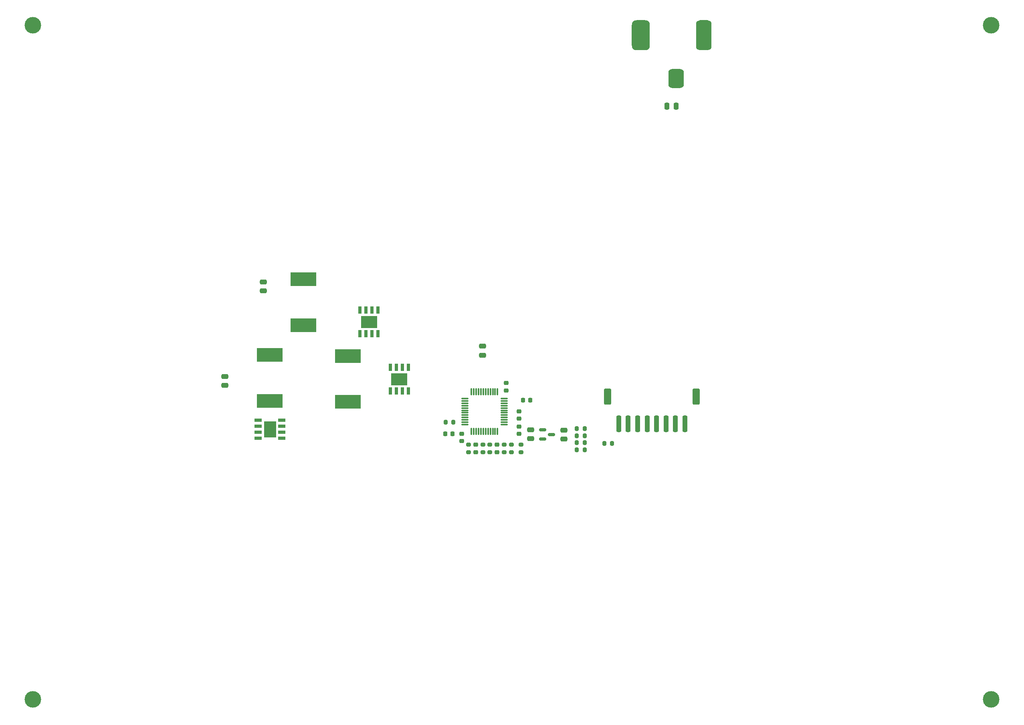
<source format=gbr>
%TF.GenerationSoftware,KiCad,Pcbnew,6.0.2+dfsg-1*%
%TF.CreationDate,2022-11-18T11:13:07-08:00*%
%TF.ProjectId,slot_track,736c6f74-5f74-4726-9163-6b2e6b696361,rev?*%
%TF.SameCoordinates,Original*%
%TF.FileFunction,Soldermask,Bot*%
%TF.FilePolarity,Negative*%
%FSLAX46Y46*%
G04 Gerber Fmt 4.6, Leading zero omitted, Abs format (unit mm)*
G04 Created by KiCad (PCBNEW 6.0.2+dfsg-1) date 2022-11-18 11:13:07*
%MOMM*%
%LPD*%
G01*
G04 APERTURE LIST*
G04 Aperture macros list*
%AMRoundRect*
0 Rectangle with rounded corners*
0 $1 Rounding radius*
0 $2 $3 $4 $5 $6 $7 $8 $9 X,Y pos of 4 corners*
0 Add a 4 corners polygon primitive as box body*
4,1,4,$2,$3,$4,$5,$6,$7,$8,$9,$2,$3,0*
0 Add four circle primitives for the rounded corners*
1,1,$1+$1,$2,$3*
1,1,$1+$1,$4,$5*
1,1,$1+$1,$6,$7*
1,1,$1+$1,$8,$9*
0 Add four rect primitives between the rounded corners*
20,1,$1+$1,$2,$3,$4,$5,0*
20,1,$1+$1,$4,$5,$6,$7,0*
20,1,$1+$1,$6,$7,$8,$9,0*
20,1,$1+$1,$8,$9,$2,$3,0*%
G04 Aperture macros list end*
%ADD10RoundRect,0.200000X0.200000X0.275000X-0.200000X0.275000X-0.200000X-0.275000X0.200000X-0.275000X0*%
%ADD11C,3.500000*%
%ADD12RoundRect,0.200000X-0.200000X-0.275000X0.200000X-0.275000X0.200000X0.275000X-0.200000X0.275000X0*%
%ADD13RoundRect,0.250000X-0.250000X-1.500000X0.250000X-1.500000X0.250000X1.500000X-0.250000X1.500000X0*%
%ADD14RoundRect,0.250001X-0.499999X-1.449999X0.499999X-1.449999X0.499999X1.449999X-0.499999X1.449999X0*%
%ADD15RoundRect,0.225000X0.225000X0.250000X-0.225000X0.250000X-0.225000X-0.250000X0.225000X-0.250000X0*%
%ADD16RoundRect,0.225000X-0.250000X0.225000X-0.250000X-0.225000X0.250000X-0.225000X0.250000X0.225000X0*%
%ADD17RoundRect,0.250000X0.475000X-0.250000X0.475000X0.250000X-0.475000X0.250000X-0.475000X-0.250000X0*%
%ADD18RoundRect,0.075000X0.662500X0.075000X-0.662500X0.075000X-0.662500X-0.075000X0.662500X-0.075000X0*%
%ADD19RoundRect,0.075000X0.075000X0.662500X-0.075000X0.662500X-0.075000X-0.662500X0.075000X-0.662500X0*%
%ADD20R,0.802000X1.505000*%
%ADD21R,3.502000X2.613000*%
%ADD22RoundRect,0.200000X0.275000X-0.200000X0.275000X0.200000X-0.275000X0.200000X-0.275000X-0.200000X0*%
%ADD23RoundRect,0.225000X0.250000X-0.225000X0.250000X0.225000X-0.250000X0.225000X-0.250000X-0.225000X0*%
%ADD24R,5.400000X2.900000*%
%ADD25RoundRect,0.150000X-0.587500X-0.150000X0.587500X-0.150000X0.587500X0.150000X-0.587500X0.150000X0*%
%ADD26RoundRect,0.250000X0.250000X0.475000X-0.250000X0.475000X-0.250000X-0.475000X0.250000X-0.475000X0*%
%ADD27RoundRect,0.825000X-0.825000X-1.205000X0.825000X-1.205000X0.825000X1.205000X-0.825000X1.205000X0*%
%ADD28RoundRect,0.952500X-0.952500X-2.222500X0.952500X-2.222500X0.952500X2.222500X-0.952500X2.222500X0*%
%ADD29RoundRect,0.825000X-0.825000X-2.350000X0.825000X-2.350000X0.825000X2.350000X-0.825000X2.350000X0*%
%ADD30RoundRect,0.200000X-0.275000X0.200000X-0.275000X-0.200000X0.275000X-0.200000X0.275000X0.200000X0*%
%ADD31R,1.505000X0.802000*%
%ADD32R,2.613000X3.502000*%
%ADD33RoundRect,0.250000X-0.475000X0.250000X-0.475000X-0.250000X0.475000X-0.250000X0.475000X0.250000X0*%
G04 APERTURE END LIST*
D10*
%TO.C,R12*%
X219925000Y-150400000D03*
X218275000Y-150400000D03*
%TD*%
D11*
%TO.C,H4*%
X97500000Y-204500000D03*
%TD*%
%TO.C,H3*%
X300000000Y-62000000D03*
%TD*%
%TO.C,H2*%
X300000000Y-204500000D03*
%TD*%
%TO.C,H1*%
X97500000Y-62000000D03*
%TD*%
D12*
%TO.C,R11*%
X212475000Y-151750000D03*
X214125000Y-151750000D03*
%TD*%
D10*
%TO.C,R10*%
X214125000Y-150250000D03*
X212475000Y-150250000D03*
%TD*%
D12*
%TO.C,R9*%
X212475000Y-148750000D03*
X214125000Y-148750000D03*
%TD*%
D10*
%TO.C,R8*%
X214125000Y-147250000D03*
X212475000Y-147250000D03*
%TD*%
D13*
%TO.C,J2*%
X221300000Y-146250000D03*
X223300000Y-146250000D03*
X225300000Y-146250000D03*
X227300000Y-146250000D03*
X229300000Y-146250000D03*
X231300000Y-146250000D03*
X233300000Y-146250000D03*
X235300000Y-146250000D03*
D14*
X237650000Y-140500000D03*
X218950000Y-140500000D03*
%TD*%
D15*
%TO.C,C14*%
X186225000Y-148350000D03*
X184675000Y-148350000D03*
%TD*%
D16*
%TO.C,C13*%
X191100000Y-150675000D03*
X191100000Y-152225000D03*
%TD*%
%TO.C,C12*%
X195600000Y-150675000D03*
X195600000Y-152225000D03*
%TD*%
%TO.C,C11*%
X200250000Y-146825000D03*
X200250000Y-148375000D03*
%TD*%
D17*
%TO.C,C10*%
X138130000Y-138100000D03*
X138130000Y-136200000D03*
%TD*%
D18*
%TO.C,U1*%
X197112500Y-140900000D03*
X197112500Y-141400000D03*
X197112500Y-141900000D03*
X197112500Y-142400000D03*
X197112500Y-142900000D03*
X197112500Y-143400000D03*
X197112500Y-143900000D03*
X197112500Y-144400000D03*
X197112500Y-144900000D03*
X197112500Y-145400000D03*
X197112500Y-145900000D03*
X197112500Y-146400000D03*
D19*
X195700000Y-147812500D03*
X195200000Y-147812500D03*
X194700000Y-147812500D03*
X194200000Y-147812500D03*
X193700000Y-147812500D03*
X193200000Y-147812500D03*
X192700000Y-147812500D03*
X192200000Y-147812500D03*
X191700000Y-147812500D03*
X191200000Y-147812500D03*
X190700000Y-147812500D03*
X190200000Y-147812500D03*
D18*
X188787500Y-146400000D03*
X188787500Y-145900000D03*
X188787500Y-145400000D03*
X188787500Y-144900000D03*
X188787500Y-144400000D03*
X188787500Y-143900000D03*
X188787500Y-143400000D03*
X188787500Y-142900000D03*
X188787500Y-142400000D03*
X188787500Y-141900000D03*
X188787500Y-141400000D03*
X188787500Y-140900000D03*
D19*
X190200000Y-139487500D03*
X190700000Y-139487500D03*
X191200000Y-139487500D03*
X191700000Y-139487500D03*
X192200000Y-139487500D03*
X192700000Y-139487500D03*
X193200000Y-139487500D03*
X193700000Y-139487500D03*
X194200000Y-139487500D03*
X194700000Y-139487500D03*
X195200000Y-139487500D03*
X195700000Y-139487500D03*
%TD*%
D20*
%TO.C,U5*%
X173045000Y-134302500D03*
X174315000Y-134302500D03*
X175585000Y-134302500D03*
X176855000Y-134302500D03*
X176855000Y-139297500D03*
X175585000Y-139297500D03*
X174315000Y-139297500D03*
X173045000Y-139297500D03*
D21*
X174950000Y-136800000D03*
%TD*%
D22*
%TO.C,R3*%
X189600000Y-152275000D03*
X189600000Y-150625000D03*
%TD*%
D16*
%TO.C,C4*%
X200250000Y-143575000D03*
X200250000Y-145125000D03*
%TD*%
D23*
%TO.C,C7*%
X188100000Y-149875000D03*
X188100000Y-148325000D03*
%TD*%
D24*
%TO.C,L1*%
X164070000Y-141600000D03*
X164070000Y-131900000D03*
%TD*%
D25*
%TO.C,U2*%
X205262500Y-149425000D03*
X205262500Y-147525000D03*
X207137500Y-148475000D03*
%TD*%
D16*
%TO.C,C5*%
X197550000Y-137625000D03*
X197550000Y-139175000D03*
%TD*%
D26*
%TO.C,C3*%
X233410000Y-79130000D03*
X231510000Y-79130000D03*
%TD*%
D27*
%TO.C,J1*%
X233427500Y-73250000D03*
D28*
X225977500Y-64110000D03*
D29*
X239277500Y-64110000D03*
%TD*%
D30*
%TO.C,R4*%
X200700000Y-150625000D03*
X200700000Y-152275000D03*
%TD*%
D22*
%TO.C,R2*%
X192600000Y-152275000D03*
X192600000Y-150625000D03*
%TD*%
D31*
%TO.C,U3*%
X150147500Y-145475000D03*
X150147500Y-146745000D03*
X150147500Y-148015000D03*
X150147500Y-149285000D03*
X145152500Y-149285000D03*
X145152500Y-148015000D03*
X145152500Y-146745000D03*
X145152500Y-145475000D03*
D32*
X147650000Y-147380000D03*
%TD*%
D20*
%TO.C,U4*%
X166665000Y-122202500D03*
X167935000Y-122202500D03*
X169205000Y-122202500D03*
X170475000Y-122202500D03*
X170475000Y-127197500D03*
X169205000Y-127197500D03*
X167935000Y-127197500D03*
X166665000Y-127197500D03*
D21*
X168570000Y-124700000D03*
%TD*%
D24*
%TO.C,L2*%
X147545000Y-141370000D03*
X147545000Y-131670000D03*
%TD*%
D17*
%TO.C,C2*%
X209750000Y-149450000D03*
X209750000Y-147550000D03*
%TD*%
D30*
%TO.C,R6*%
X198600000Y-150625000D03*
X198600000Y-152275000D03*
%TD*%
%TO.C,R7*%
X197100000Y-152275000D03*
X197100000Y-150625000D03*
%TD*%
D22*
%TO.C,R1*%
X194100000Y-152275000D03*
X194100000Y-150625000D03*
%TD*%
D15*
%TO.C,C1*%
X202625000Y-141200000D03*
X201075000Y-141200000D03*
%TD*%
D17*
%TO.C,C9*%
X146250000Y-118150000D03*
X146250000Y-116250000D03*
%TD*%
%TO.C,C8*%
X192530000Y-131740000D03*
X192530000Y-129840000D03*
%TD*%
D24*
%TO.C,L3*%
X154730000Y-125380000D03*
X154730000Y-115680000D03*
%TD*%
D33*
%TO.C,C6*%
X202725000Y-147500000D03*
X202725000Y-149400000D03*
%TD*%
D10*
%TO.C,R5*%
X186375000Y-145900000D03*
X184725000Y-145900000D03*
%TD*%
M02*

</source>
